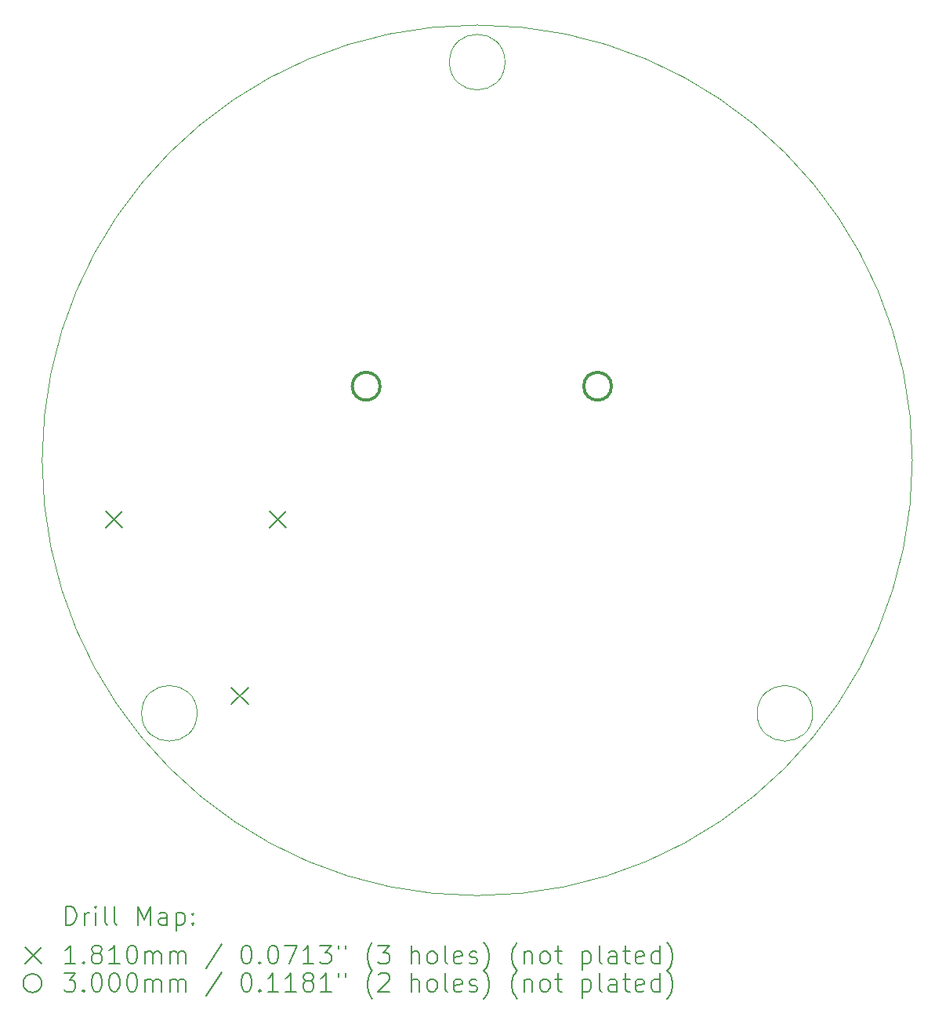
<source format=gbr>
%TF.GenerationSoftware,KiCad,Pcbnew,8.0.1*%
%TF.CreationDate,2024-06-10T20:51:33+02:00*%
%TF.ProjectId,PCB_Plaque_Basse,5043425f-506c-4617-9175-655f42617373,rev?*%
%TF.SameCoordinates,Original*%
%TF.FileFunction,Drillmap*%
%TF.FilePolarity,Positive*%
%FSLAX45Y45*%
G04 Gerber Fmt 4.5, Leading zero omitted, Abs format (unit mm)*
G04 Created by KiCad (PCBNEW 8.0.1) date 2024-06-10 20:51:33*
%MOMM*%
%LPD*%
G01*
G04 APERTURE LIST*
%ADD10C,0.100000*%
%ADD11C,0.200000*%
%ADD12C,0.181000*%
%ADD13C,0.300000*%
G04 APERTURE END LIST*
D10*
X10757000Y-12457000D02*
G75*
G02*
X10157000Y-12457000I-300000J0D01*
G01*
X10157000Y-12457000D02*
G75*
G02*
X10757000Y-12457000I300000J0D01*
G01*
X18483000Y-9725000D02*
G75*
G02*
X9083000Y-9725000I-4700000J0D01*
G01*
X9083000Y-9725000D02*
G75*
G02*
X18483000Y-9725000I4700000J0D01*
G01*
X14083000Y-5425000D02*
G75*
G02*
X13483000Y-5425000I-300000J0D01*
G01*
X13483000Y-5425000D02*
G75*
G02*
X14083000Y-5425000I300000J0D01*
G01*
X17407000Y-12457000D02*
G75*
G02*
X16807000Y-12457000I-300000J0D01*
G01*
X16807000Y-12457000D02*
G75*
G02*
X17407000Y-12457000I300000J0D01*
G01*
D11*
D12*
X9767750Y-10275750D02*
X9948750Y-10456750D01*
X9948750Y-10275750D02*
X9767750Y-10456750D01*
X11128500Y-12175750D02*
X11309500Y-12356750D01*
X11309500Y-12175750D02*
X11128500Y-12356750D01*
X11540750Y-10275750D02*
X11721750Y-10456750D01*
X11721750Y-10275750D02*
X11540750Y-10456750D01*
D13*
X12733000Y-8925000D02*
G75*
G02*
X12433000Y-8925000I-150000J0D01*
G01*
X12433000Y-8925000D02*
G75*
G02*
X12733000Y-8925000I150000J0D01*
G01*
X15233000Y-8925000D02*
G75*
G02*
X14933000Y-8925000I-150000J0D01*
G01*
X14933000Y-8925000D02*
G75*
G02*
X15233000Y-8925000I150000J0D01*
G01*
D11*
X9338777Y-14741484D02*
X9338777Y-14541484D01*
X9338777Y-14541484D02*
X9386396Y-14541484D01*
X9386396Y-14541484D02*
X9414967Y-14551008D01*
X9414967Y-14551008D02*
X9434015Y-14570055D01*
X9434015Y-14570055D02*
X9443539Y-14589103D01*
X9443539Y-14589103D02*
X9453063Y-14627198D01*
X9453063Y-14627198D02*
X9453063Y-14655769D01*
X9453063Y-14655769D02*
X9443539Y-14693865D01*
X9443539Y-14693865D02*
X9434015Y-14712912D01*
X9434015Y-14712912D02*
X9414967Y-14731960D01*
X9414967Y-14731960D02*
X9386396Y-14741484D01*
X9386396Y-14741484D02*
X9338777Y-14741484D01*
X9538777Y-14741484D02*
X9538777Y-14608150D01*
X9538777Y-14646246D02*
X9548301Y-14627198D01*
X9548301Y-14627198D02*
X9557824Y-14617674D01*
X9557824Y-14617674D02*
X9576872Y-14608150D01*
X9576872Y-14608150D02*
X9595920Y-14608150D01*
X9662586Y-14741484D02*
X9662586Y-14608150D01*
X9662586Y-14541484D02*
X9653063Y-14551008D01*
X9653063Y-14551008D02*
X9662586Y-14560531D01*
X9662586Y-14560531D02*
X9672110Y-14551008D01*
X9672110Y-14551008D02*
X9662586Y-14541484D01*
X9662586Y-14541484D02*
X9662586Y-14560531D01*
X9786396Y-14741484D02*
X9767348Y-14731960D01*
X9767348Y-14731960D02*
X9757824Y-14712912D01*
X9757824Y-14712912D02*
X9757824Y-14541484D01*
X9891158Y-14741484D02*
X9872110Y-14731960D01*
X9872110Y-14731960D02*
X9862586Y-14712912D01*
X9862586Y-14712912D02*
X9862586Y-14541484D01*
X10119729Y-14741484D02*
X10119729Y-14541484D01*
X10119729Y-14541484D02*
X10186396Y-14684341D01*
X10186396Y-14684341D02*
X10253063Y-14541484D01*
X10253063Y-14541484D02*
X10253063Y-14741484D01*
X10434015Y-14741484D02*
X10434015Y-14636722D01*
X10434015Y-14636722D02*
X10424491Y-14617674D01*
X10424491Y-14617674D02*
X10405444Y-14608150D01*
X10405444Y-14608150D02*
X10367348Y-14608150D01*
X10367348Y-14608150D02*
X10348301Y-14617674D01*
X10434015Y-14731960D02*
X10414967Y-14741484D01*
X10414967Y-14741484D02*
X10367348Y-14741484D01*
X10367348Y-14741484D02*
X10348301Y-14731960D01*
X10348301Y-14731960D02*
X10338777Y-14712912D01*
X10338777Y-14712912D02*
X10338777Y-14693865D01*
X10338777Y-14693865D02*
X10348301Y-14674817D01*
X10348301Y-14674817D02*
X10367348Y-14665293D01*
X10367348Y-14665293D02*
X10414967Y-14665293D01*
X10414967Y-14665293D02*
X10434015Y-14655769D01*
X10529253Y-14608150D02*
X10529253Y-14808150D01*
X10529253Y-14617674D02*
X10548301Y-14608150D01*
X10548301Y-14608150D02*
X10586396Y-14608150D01*
X10586396Y-14608150D02*
X10605444Y-14617674D01*
X10605444Y-14617674D02*
X10614967Y-14627198D01*
X10614967Y-14627198D02*
X10624491Y-14646246D01*
X10624491Y-14646246D02*
X10624491Y-14703388D01*
X10624491Y-14703388D02*
X10614967Y-14722436D01*
X10614967Y-14722436D02*
X10605444Y-14731960D01*
X10605444Y-14731960D02*
X10586396Y-14741484D01*
X10586396Y-14741484D02*
X10548301Y-14741484D01*
X10548301Y-14741484D02*
X10529253Y-14731960D01*
X10710205Y-14722436D02*
X10719729Y-14731960D01*
X10719729Y-14731960D02*
X10710205Y-14741484D01*
X10710205Y-14741484D02*
X10700682Y-14731960D01*
X10700682Y-14731960D02*
X10710205Y-14722436D01*
X10710205Y-14722436D02*
X10710205Y-14741484D01*
X10710205Y-14617674D02*
X10719729Y-14627198D01*
X10719729Y-14627198D02*
X10710205Y-14636722D01*
X10710205Y-14636722D02*
X10700682Y-14627198D01*
X10700682Y-14627198D02*
X10710205Y-14617674D01*
X10710205Y-14617674D02*
X10710205Y-14636722D01*
D12*
X8897000Y-14979500D02*
X9078000Y-15160500D01*
X9078000Y-14979500D02*
X8897000Y-15160500D01*
D11*
X9443539Y-15161484D02*
X9329253Y-15161484D01*
X9386396Y-15161484D02*
X9386396Y-14961484D01*
X9386396Y-14961484D02*
X9367348Y-14990055D01*
X9367348Y-14990055D02*
X9348301Y-15009103D01*
X9348301Y-15009103D02*
X9329253Y-15018627D01*
X9529253Y-15142436D02*
X9538777Y-15151960D01*
X9538777Y-15151960D02*
X9529253Y-15161484D01*
X9529253Y-15161484D02*
X9519729Y-15151960D01*
X9519729Y-15151960D02*
X9529253Y-15142436D01*
X9529253Y-15142436D02*
X9529253Y-15161484D01*
X9653063Y-15047198D02*
X9634015Y-15037674D01*
X9634015Y-15037674D02*
X9624491Y-15028150D01*
X9624491Y-15028150D02*
X9614967Y-15009103D01*
X9614967Y-15009103D02*
X9614967Y-14999579D01*
X9614967Y-14999579D02*
X9624491Y-14980531D01*
X9624491Y-14980531D02*
X9634015Y-14971008D01*
X9634015Y-14971008D02*
X9653063Y-14961484D01*
X9653063Y-14961484D02*
X9691158Y-14961484D01*
X9691158Y-14961484D02*
X9710205Y-14971008D01*
X9710205Y-14971008D02*
X9719729Y-14980531D01*
X9719729Y-14980531D02*
X9729253Y-14999579D01*
X9729253Y-14999579D02*
X9729253Y-15009103D01*
X9729253Y-15009103D02*
X9719729Y-15028150D01*
X9719729Y-15028150D02*
X9710205Y-15037674D01*
X9710205Y-15037674D02*
X9691158Y-15047198D01*
X9691158Y-15047198D02*
X9653063Y-15047198D01*
X9653063Y-15047198D02*
X9634015Y-15056722D01*
X9634015Y-15056722D02*
X9624491Y-15066246D01*
X9624491Y-15066246D02*
X9614967Y-15085293D01*
X9614967Y-15085293D02*
X9614967Y-15123388D01*
X9614967Y-15123388D02*
X9624491Y-15142436D01*
X9624491Y-15142436D02*
X9634015Y-15151960D01*
X9634015Y-15151960D02*
X9653063Y-15161484D01*
X9653063Y-15161484D02*
X9691158Y-15161484D01*
X9691158Y-15161484D02*
X9710205Y-15151960D01*
X9710205Y-15151960D02*
X9719729Y-15142436D01*
X9719729Y-15142436D02*
X9729253Y-15123388D01*
X9729253Y-15123388D02*
X9729253Y-15085293D01*
X9729253Y-15085293D02*
X9719729Y-15066246D01*
X9719729Y-15066246D02*
X9710205Y-15056722D01*
X9710205Y-15056722D02*
X9691158Y-15047198D01*
X9919729Y-15161484D02*
X9805444Y-15161484D01*
X9862586Y-15161484D02*
X9862586Y-14961484D01*
X9862586Y-14961484D02*
X9843539Y-14990055D01*
X9843539Y-14990055D02*
X9824491Y-15009103D01*
X9824491Y-15009103D02*
X9805444Y-15018627D01*
X10043539Y-14961484D02*
X10062586Y-14961484D01*
X10062586Y-14961484D02*
X10081634Y-14971008D01*
X10081634Y-14971008D02*
X10091158Y-14980531D01*
X10091158Y-14980531D02*
X10100682Y-14999579D01*
X10100682Y-14999579D02*
X10110205Y-15037674D01*
X10110205Y-15037674D02*
X10110205Y-15085293D01*
X10110205Y-15085293D02*
X10100682Y-15123388D01*
X10100682Y-15123388D02*
X10091158Y-15142436D01*
X10091158Y-15142436D02*
X10081634Y-15151960D01*
X10081634Y-15151960D02*
X10062586Y-15161484D01*
X10062586Y-15161484D02*
X10043539Y-15161484D01*
X10043539Y-15161484D02*
X10024491Y-15151960D01*
X10024491Y-15151960D02*
X10014967Y-15142436D01*
X10014967Y-15142436D02*
X10005444Y-15123388D01*
X10005444Y-15123388D02*
X9995920Y-15085293D01*
X9995920Y-15085293D02*
X9995920Y-15037674D01*
X9995920Y-15037674D02*
X10005444Y-14999579D01*
X10005444Y-14999579D02*
X10014967Y-14980531D01*
X10014967Y-14980531D02*
X10024491Y-14971008D01*
X10024491Y-14971008D02*
X10043539Y-14961484D01*
X10195920Y-15161484D02*
X10195920Y-15028150D01*
X10195920Y-15047198D02*
X10205444Y-15037674D01*
X10205444Y-15037674D02*
X10224491Y-15028150D01*
X10224491Y-15028150D02*
X10253063Y-15028150D01*
X10253063Y-15028150D02*
X10272110Y-15037674D01*
X10272110Y-15037674D02*
X10281634Y-15056722D01*
X10281634Y-15056722D02*
X10281634Y-15161484D01*
X10281634Y-15056722D02*
X10291158Y-15037674D01*
X10291158Y-15037674D02*
X10310205Y-15028150D01*
X10310205Y-15028150D02*
X10338777Y-15028150D01*
X10338777Y-15028150D02*
X10357825Y-15037674D01*
X10357825Y-15037674D02*
X10367348Y-15056722D01*
X10367348Y-15056722D02*
X10367348Y-15161484D01*
X10462586Y-15161484D02*
X10462586Y-15028150D01*
X10462586Y-15047198D02*
X10472110Y-15037674D01*
X10472110Y-15037674D02*
X10491158Y-15028150D01*
X10491158Y-15028150D02*
X10519729Y-15028150D01*
X10519729Y-15028150D02*
X10538777Y-15037674D01*
X10538777Y-15037674D02*
X10548301Y-15056722D01*
X10548301Y-15056722D02*
X10548301Y-15161484D01*
X10548301Y-15056722D02*
X10557825Y-15037674D01*
X10557825Y-15037674D02*
X10576872Y-15028150D01*
X10576872Y-15028150D02*
X10605444Y-15028150D01*
X10605444Y-15028150D02*
X10624491Y-15037674D01*
X10624491Y-15037674D02*
X10634015Y-15056722D01*
X10634015Y-15056722D02*
X10634015Y-15161484D01*
X11024491Y-14951960D02*
X10853063Y-15209103D01*
X11281634Y-14961484D02*
X11300682Y-14961484D01*
X11300682Y-14961484D02*
X11319729Y-14971008D01*
X11319729Y-14971008D02*
X11329253Y-14980531D01*
X11329253Y-14980531D02*
X11338777Y-14999579D01*
X11338777Y-14999579D02*
X11348301Y-15037674D01*
X11348301Y-15037674D02*
X11348301Y-15085293D01*
X11348301Y-15085293D02*
X11338777Y-15123388D01*
X11338777Y-15123388D02*
X11329253Y-15142436D01*
X11329253Y-15142436D02*
X11319729Y-15151960D01*
X11319729Y-15151960D02*
X11300682Y-15161484D01*
X11300682Y-15161484D02*
X11281634Y-15161484D01*
X11281634Y-15161484D02*
X11262586Y-15151960D01*
X11262586Y-15151960D02*
X11253063Y-15142436D01*
X11253063Y-15142436D02*
X11243539Y-15123388D01*
X11243539Y-15123388D02*
X11234015Y-15085293D01*
X11234015Y-15085293D02*
X11234015Y-15037674D01*
X11234015Y-15037674D02*
X11243539Y-14999579D01*
X11243539Y-14999579D02*
X11253063Y-14980531D01*
X11253063Y-14980531D02*
X11262586Y-14971008D01*
X11262586Y-14971008D02*
X11281634Y-14961484D01*
X11434015Y-15142436D02*
X11443539Y-15151960D01*
X11443539Y-15151960D02*
X11434015Y-15161484D01*
X11434015Y-15161484D02*
X11424491Y-15151960D01*
X11424491Y-15151960D02*
X11434015Y-15142436D01*
X11434015Y-15142436D02*
X11434015Y-15161484D01*
X11567348Y-14961484D02*
X11586396Y-14961484D01*
X11586396Y-14961484D02*
X11605444Y-14971008D01*
X11605444Y-14971008D02*
X11614967Y-14980531D01*
X11614967Y-14980531D02*
X11624491Y-14999579D01*
X11624491Y-14999579D02*
X11634015Y-15037674D01*
X11634015Y-15037674D02*
X11634015Y-15085293D01*
X11634015Y-15085293D02*
X11624491Y-15123388D01*
X11624491Y-15123388D02*
X11614967Y-15142436D01*
X11614967Y-15142436D02*
X11605444Y-15151960D01*
X11605444Y-15151960D02*
X11586396Y-15161484D01*
X11586396Y-15161484D02*
X11567348Y-15161484D01*
X11567348Y-15161484D02*
X11548301Y-15151960D01*
X11548301Y-15151960D02*
X11538777Y-15142436D01*
X11538777Y-15142436D02*
X11529253Y-15123388D01*
X11529253Y-15123388D02*
X11519729Y-15085293D01*
X11519729Y-15085293D02*
X11519729Y-15037674D01*
X11519729Y-15037674D02*
X11529253Y-14999579D01*
X11529253Y-14999579D02*
X11538777Y-14980531D01*
X11538777Y-14980531D02*
X11548301Y-14971008D01*
X11548301Y-14971008D02*
X11567348Y-14961484D01*
X11700682Y-14961484D02*
X11834015Y-14961484D01*
X11834015Y-14961484D02*
X11748301Y-15161484D01*
X12014967Y-15161484D02*
X11900682Y-15161484D01*
X11957825Y-15161484D02*
X11957825Y-14961484D01*
X11957825Y-14961484D02*
X11938777Y-14990055D01*
X11938777Y-14990055D02*
X11919729Y-15009103D01*
X11919729Y-15009103D02*
X11900682Y-15018627D01*
X12081634Y-14961484D02*
X12205444Y-14961484D01*
X12205444Y-14961484D02*
X12138777Y-15037674D01*
X12138777Y-15037674D02*
X12167348Y-15037674D01*
X12167348Y-15037674D02*
X12186396Y-15047198D01*
X12186396Y-15047198D02*
X12195920Y-15056722D01*
X12195920Y-15056722D02*
X12205444Y-15075769D01*
X12205444Y-15075769D02*
X12205444Y-15123388D01*
X12205444Y-15123388D02*
X12195920Y-15142436D01*
X12195920Y-15142436D02*
X12186396Y-15151960D01*
X12186396Y-15151960D02*
X12167348Y-15161484D01*
X12167348Y-15161484D02*
X12110206Y-15161484D01*
X12110206Y-15161484D02*
X12091158Y-15151960D01*
X12091158Y-15151960D02*
X12081634Y-15142436D01*
X12281634Y-14961484D02*
X12281634Y-14999579D01*
X12357825Y-14961484D02*
X12357825Y-14999579D01*
X12653063Y-15237674D02*
X12643539Y-15228150D01*
X12643539Y-15228150D02*
X12624491Y-15199579D01*
X12624491Y-15199579D02*
X12614968Y-15180531D01*
X12614968Y-15180531D02*
X12605444Y-15151960D01*
X12605444Y-15151960D02*
X12595920Y-15104341D01*
X12595920Y-15104341D02*
X12595920Y-15066246D01*
X12595920Y-15066246D02*
X12605444Y-15018627D01*
X12605444Y-15018627D02*
X12614968Y-14990055D01*
X12614968Y-14990055D02*
X12624491Y-14971008D01*
X12624491Y-14971008D02*
X12643539Y-14942436D01*
X12643539Y-14942436D02*
X12653063Y-14932912D01*
X12710206Y-14961484D02*
X12834015Y-14961484D01*
X12834015Y-14961484D02*
X12767348Y-15037674D01*
X12767348Y-15037674D02*
X12795920Y-15037674D01*
X12795920Y-15037674D02*
X12814968Y-15047198D01*
X12814968Y-15047198D02*
X12824491Y-15056722D01*
X12824491Y-15056722D02*
X12834015Y-15075769D01*
X12834015Y-15075769D02*
X12834015Y-15123388D01*
X12834015Y-15123388D02*
X12824491Y-15142436D01*
X12824491Y-15142436D02*
X12814968Y-15151960D01*
X12814968Y-15151960D02*
X12795920Y-15161484D01*
X12795920Y-15161484D02*
X12738777Y-15161484D01*
X12738777Y-15161484D02*
X12719729Y-15151960D01*
X12719729Y-15151960D02*
X12710206Y-15142436D01*
X13072110Y-15161484D02*
X13072110Y-14961484D01*
X13157825Y-15161484D02*
X13157825Y-15056722D01*
X13157825Y-15056722D02*
X13148301Y-15037674D01*
X13148301Y-15037674D02*
X13129253Y-15028150D01*
X13129253Y-15028150D02*
X13100682Y-15028150D01*
X13100682Y-15028150D02*
X13081634Y-15037674D01*
X13081634Y-15037674D02*
X13072110Y-15047198D01*
X13281634Y-15161484D02*
X13262587Y-15151960D01*
X13262587Y-15151960D02*
X13253063Y-15142436D01*
X13253063Y-15142436D02*
X13243539Y-15123388D01*
X13243539Y-15123388D02*
X13243539Y-15066246D01*
X13243539Y-15066246D02*
X13253063Y-15047198D01*
X13253063Y-15047198D02*
X13262587Y-15037674D01*
X13262587Y-15037674D02*
X13281634Y-15028150D01*
X13281634Y-15028150D02*
X13310206Y-15028150D01*
X13310206Y-15028150D02*
X13329253Y-15037674D01*
X13329253Y-15037674D02*
X13338777Y-15047198D01*
X13338777Y-15047198D02*
X13348301Y-15066246D01*
X13348301Y-15066246D02*
X13348301Y-15123388D01*
X13348301Y-15123388D02*
X13338777Y-15142436D01*
X13338777Y-15142436D02*
X13329253Y-15151960D01*
X13329253Y-15151960D02*
X13310206Y-15161484D01*
X13310206Y-15161484D02*
X13281634Y-15161484D01*
X13462587Y-15161484D02*
X13443539Y-15151960D01*
X13443539Y-15151960D02*
X13434015Y-15132912D01*
X13434015Y-15132912D02*
X13434015Y-14961484D01*
X13614968Y-15151960D02*
X13595920Y-15161484D01*
X13595920Y-15161484D02*
X13557825Y-15161484D01*
X13557825Y-15161484D02*
X13538777Y-15151960D01*
X13538777Y-15151960D02*
X13529253Y-15132912D01*
X13529253Y-15132912D02*
X13529253Y-15056722D01*
X13529253Y-15056722D02*
X13538777Y-15037674D01*
X13538777Y-15037674D02*
X13557825Y-15028150D01*
X13557825Y-15028150D02*
X13595920Y-15028150D01*
X13595920Y-15028150D02*
X13614968Y-15037674D01*
X13614968Y-15037674D02*
X13624491Y-15056722D01*
X13624491Y-15056722D02*
X13624491Y-15075769D01*
X13624491Y-15075769D02*
X13529253Y-15094817D01*
X13700682Y-15151960D02*
X13719730Y-15161484D01*
X13719730Y-15161484D02*
X13757825Y-15161484D01*
X13757825Y-15161484D02*
X13776872Y-15151960D01*
X13776872Y-15151960D02*
X13786396Y-15132912D01*
X13786396Y-15132912D02*
X13786396Y-15123388D01*
X13786396Y-15123388D02*
X13776872Y-15104341D01*
X13776872Y-15104341D02*
X13757825Y-15094817D01*
X13757825Y-15094817D02*
X13729253Y-15094817D01*
X13729253Y-15094817D02*
X13710206Y-15085293D01*
X13710206Y-15085293D02*
X13700682Y-15066246D01*
X13700682Y-15066246D02*
X13700682Y-15056722D01*
X13700682Y-15056722D02*
X13710206Y-15037674D01*
X13710206Y-15037674D02*
X13729253Y-15028150D01*
X13729253Y-15028150D02*
X13757825Y-15028150D01*
X13757825Y-15028150D02*
X13776872Y-15037674D01*
X13853063Y-15237674D02*
X13862587Y-15228150D01*
X13862587Y-15228150D02*
X13881634Y-15199579D01*
X13881634Y-15199579D02*
X13891158Y-15180531D01*
X13891158Y-15180531D02*
X13900682Y-15151960D01*
X13900682Y-15151960D02*
X13910206Y-15104341D01*
X13910206Y-15104341D02*
X13910206Y-15066246D01*
X13910206Y-15066246D02*
X13900682Y-15018627D01*
X13900682Y-15018627D02*
X13891158Y-14990055D01*
X13891158Y-14990055D02*
X13881634Y-14971008D01*
X13881634Y-14971008D02*
X13862587Y-14942436D01*
X13862587Y-14942436D02*
X13853063Y-14932912D01*
X14214968Y-15237674D02*
X14205444Y-15228150D01*
X14205444Y-15228150D02*
X14186396Y-15199579D01*
X14186396Y-15199579D02*
X14176872Y-15180531D01*
X14176872Y-15180531D02*
X14167349Y-15151960D01*
X14167349Y-15151960D02*
X14157825Y-15104341D01*
X14157825Y-15104341D02*
X14157825Y-15066246D01*
X14157825Y-15066246D02*
X14167349Y-15018627D01*
X14167349Y-15018627D02*
X14176872Y-14990055D01*
X14176872Y-14990055D02*
X14186396Y-14971008D01*
X14186396Y-14971008D02*
X14205444Y-14942436D01*
X14205444Y-14942436D02*
X14214968Y-14932912D01*
X14291158Y-15028150D02*
X14291158Y-15161484D01*
X14291158Y-15047198D02*
X14300682Y-15037674D01*
X14300682Y-15037674D02*
X14319730Y-15028150D01*
X14319730Y-15028150D02*
X14348301Y-15028150D01*
X14348301Y-15028150D02*
X14367349Y-15037674D01*
X14367349Y-15037674D02*
X14376872Y-15056722D01*
X14376872Y-15056722D02*
X14376872Y-15161484D01*
X14500682Y-15161484D02*
X14481634Y-15151960D01*
X14481634Y-15151960D02*
X14472111Y-15142436D01*
X14472111Y-15142436D02*
X14462587Y-15123388D01*
X14462587Y-15123388D02*
X14462587Y-15066246D01*
X14462587Y-15066246D02*
X14472111Y-15047198D01*
X14472111Y-15047198D02*
X14481634Y-15037674D01*
X14481634Y-15037674D02*
X14500682Y-15028150D01*
X14500682Y-15028150D02*
X14529253Y-15028150D01*
X14529253Y-15028150D02*
X14548301Y-15037674D01*
X14548301Y-15037674D02*
X14557825Y-15047198D01*
X14557825Y-15047198D02*
X14567349Y-15066246D01*
X14567349Y-15066246D02*
X14567349Y-15123388D01*
X14567349Y-15123388D02*
X14557825Y-15142436D01*
X14557825Y-15142436D02*
X14548301Y-15151960D01*
X14548301Y-15151960D02*
X14529253Y-15161484D01*
X14529253Y-15161484D02*
X14500682Y-15161484D01*
X14624492Y-15028150D02*
X14700682Y-15028150D01*
X14653063Y-14961484D02*
X14653063Y-15132912D01*
X14653063Y-15132912D02*
X14662587Y-15151960D01*
X14662587Y-15151960D02*
X14681634Y-15161484D01*
X14681634Y-15161484D02*
X14700682Y-15161484D01*
X14919730Y-15028150D02*
X14919730Y-15228150D01*
X14919730Y-15037674D02*
X14938777Y-15028150D01*
X14938777Y-15028150D02*
X14976873Y-15028150D01*
X14976873Y-15028150D02*
X14995920Y-15037674D01*
X14995920Y-15037674D02*
X15005444Y-15047198D01*
X15005444Y-15047198D02*
X15014968Y-15066246D01*
X15014968Y-15066246D02*
X15014968Y-15123388D01*
X15014968Y-15123388D02*
X15005444Y-15142436D01*
X15005444Y-15142436D02*
X14995920Y-15151960D01*
X14995920Y-15151960D02*
X14976873Y-15161484D01*
X14976873Y-15161484D02*
X14938777Y-15161484D01*
X14938777Y-15161484D02*
X14919730Y-15151960D01*
X15129253Y-15161484D02*
X15110206Y-15151960D01*
X15110206Y-15151960D02*
X15100682Y-15132912D01*
X15100682Y-15132912D02*
X15100682Y-14961484D01*
X15291158Y-15161484D02*
X15291158Y-15056722D01*
X15291158Y-15056722D02*
X15281634Y-15037674D01*
X15281634Y-15037674D02*
X15262587Y-15028150D01*
X15262587Y-15028150D02*
X15224492Y-15028150D01*
X15224492Y-15028150D02*
X15205444Y-15037674D01*
X15291158Y-15151960D02*
X15272111Y-15161484D01*
X15272111Y-15161484D02*
X15224492Y-15161484D01*
X15224492Y-15161484D02*
X15205444Y-15151960D01*
X15205444Y-15151960D02*
X15195920Y-15132912D01*
X15195920Y-15132912D02*
X15195920Y-15113865D01*
X15195920Y-15113865D02*
X15205444Y-15094817D01*
X15205444Y-15094817D02*
X15224492Y-15085293D01*
X15224492Y-15085293D02*
X15272111Y-15085293D01*
X15272111Y-15085293D02*
X15291158Y-15075769D01*
X15357825Y-15028150D02*
X15434015Y-15028150D01*
X15386396Y-14961484D02*
X15386396Y-15132912D01*
X15386396Y-15132912D02*
X15395920Y-15151960D01*
X15395920Y-15151960D02*
X15414968Y-15161484D01*
X15414968Y-15161484D02*
X15434015Y-15161484D01*
X15576873Y-15151960D02*
X15557825Y-15161484D01*
X15557825Y-15161484D02*
X15519730Y-15161484D01*
X15519730Y-15161484D02*
X15500682Y-15151960D01*
X15500682Y-15151960D02*
X15491158Y-15132912D01*
X15491158Y-15132912D02*
X15491158Y-15056722D01*
X15491158Y-15056722D02*
X15500682Y-15037674D01*
X15500682Y-15037674D02*
X15519730Y-15028150D01*
X15519730Y-15028150D02*
X15557825Y-15028150D01*
X15557825Y-15028150D02*
X15576873Y-15037674D01*
X15576873Y-15037674D02*
X15586396Y-15056722D01*
X15586396Y-15056722D02*
X15586396Y-15075769D01*
X15586396Y-15075769D02*
X15491158Y-15094817D01*
X15757825Y-15161484D02*
X15757825Y-14961484D01*
X15757825Y-15151960D02*
X15738777Y-15161484D01*
X15738777Y-15161484D02*
X15700682Y-15161484D01*
X15700682Y-15161484D02*
X15681634Y-15151960D01*
X15681634Y-15151960D02*
X15672111Y-15142436D01*
X15672111Y-15142436D02*
X15662587Y-15123388D01*
X15662587Y-15123388D02*
X15662587Y-15066246D01*
X15662587Y-15066246D02*
X15672111Y-15047198D01*
X15672111Y-15047198D02*
X15681634Y-15037674D01*
X15681634Y-15037674D02*
X15700682Y-15028150D01*
X15700682Y-15028150D02*
X15738777Y-15028150D01*
X15738777Y-15028150D02*
X15757825Y-15037674D01*
X15834015Y-15237674D02*
X15843539Y-15228150D01*
X15843539Y-15228150D02*
X15862587Y-15199579D01*
X15862587Y-15199579D02*
X15872111Y-15180531D01*
X15872111Y-15180531D02*
X15881634Y-15151960D01*
X15881634Y-15151960D02*
X15891158Y-15104341D01*
X15891158Y-15104341D02*
X15891158Y-15066246D01*
X15891158Y-15066246D02*
X15881634Y-15018627D01*
X15881634Y-15018627D02*
X15872111Y-14990055D01*
X15872111Y-14990055D02*
X15862587Y-14971008D01*
X15862587Y-14971008D02*
X15843539Y-14942436D01*
X15843539Y-14942436D02*
X15834015Y-14932912D01*
X9078000Y-15371000D02*
G75*
G02*
X8878000Y-15371000I-100000J0D01*
G01*
X8878000Y-15371000D02*
G75*
G02*
X9078000Y-15371000I100000J0D01*
G01*
X9319729Y-15262484D02*
X9443539Y-15262484D01*
X9443539Y-15262484D02*
X9376872Y-15338674D01*
X9376872Y-15338674D02*
X9405444Y-15338674D01*
X9405444Y-15338674D02*
X9424491Y-15348198D01*
X9424491Y-15348198D02*
X9434015Y-15357722D01*
X9434015Y-15357722D02*
X9443539Y-15376769D01*
X9443539Y-15376769D02*
X9443539Y-15424388D01*
X9443539Y-15424388D02*
X9434015Y-15443436D01*
X9434015Y-15443436D02*
X9424491Y-15452960D01*
X9424491Y-15452960D02*
X9405444Y-15462484D01*
X9405444Y-15462484D02*
X9348301Y-15462484D01*
X9348301Y-15462484D02*
X9329253Y-15452960D01*
X9329253Y-15452960D02*
X9319729Y-15443436D01*
X9529253Y-15443436D02*
X9538777Y-15452960D01*
X9538777Y-15452960D02*
X9529253Y-15462484D01*
X9529253Y-15462484D02*
X9519729Y-15452960D01*
X9519729Y-15452960D02*
X9529253Y-15443436D01*
X9529253Y-15443436D02*
X9529253Y-15462484D01*
X9662586Y-15262484D02*
X9681634Y-15262484D01*
X9681634Y-15262484D02*
X9700682Y-15272008D01*
X9700682Y-15272008D02*
X9710205Y-15281531D01*
X9710205Y-15281531D02*
X9719729Y-15300579D01*
X9719729Y-15300579D02*
X9729253Y-15338674D01*
X9729253Y-15338674D02*
X9729253Y-15386293D01*
X9729253Y-15386293D02*
X9719729Y-15424388D01*
X9719729Y-15424388D02*
X9710205Y-15443436D01*
X9710205Y-15443436D02*
X9700682Y-15452960D01*
X9700682Y-15452960D02*
X9681634Y-15462484D01*
X9681634Y-15462484D02*
X9662586Y-15462484D01*
X9662586Y-15462484D02*
X9643539Y-15452960D01*
X9643539Y-15452960D02*
X9634015Y-15443436D01*
X9634015Y-15443436D02*
X9624491Y-15424388D01*
X9624491Y-15424388D02*
X9614967Y-15386293D01*
X9614967Y-15386293D02*
X9614967Y-15338674D01*
X9614967Y-15338674D02*
X9624491Y-15300579D01*
X9624491Y-15300579D02*
X9634015Y-15281531D01*
X9634015Y-15281531D02*
X9643539Y-15272008D01*
X9643539Y-15272008D02*
X9662586Y-15262484D01*
X9853063Y-15262484D02*
X9872110Y-15262484D01*
X9872110Y-15262484D02*
X9891158Y-15272008D01*
X9891158Y-15272008D02*
X9900682Y-15281531D01*
X9900682Y-15281531D02*
X9910205Y-15300579D01*
X9910205Y-15300579D02*
X9919729Y-15338674D01*
X9919729Y-15338674D02*
X9919729Y-15386293D01*
X9919729Y-15386293D02*
X9910205Y-15424388D01*
X9910205Y-15424388D02*
X9900682Y-15443436D01*
X9900682Y-15443436D02*
X9891158Y-15452960D01*
X9891158Y-15452960D02*
X9872110Y-15462484D01*
X9872110Y-15462484D02*
X9853063Y-15462484D01*
X9853063Y-15462484D02*
X9834015Y-15452960D01*
X9834015Y-15452960D02*
X9824491Y-15443436D01*
X9824491Y-15443436D02*
X9814967Y-15424388D01*
X9814967Y-15424388D02*
X9805444Y-15386293D01*
X9805444Y-15386293D02*
X9805444Y-15338674D01*
X9805444Y-15338674D02*
X9814967Y-15300579D01*
X9814967Y-15300579D02*
X9824491Y-15281531D01*
X9824491Y-15281531D02*
X9834015Y-15272008D01*
X9834015Y-15272008D02*
X9853063Y-15262484D01*
X10043539Y-15262484D02*
X10062586Y-15262484D01*
X10062586Y-15262484D02*
X10081634Y-15272008D01*
X10081634Y-15272008D02*
X10091158Y-15281531D01*
X10091158Y-15281531D02*
X10100682Y-15300579D01*
X10100682Y-15300579D02*
X10110205Y-15338674D01*
X10110205Y-15338674D02*
X10110205Y-15386293D01*
X10110205Y-15386293D02*
X10100682Y-15424388D01*
X10100682Y-15424388D02*
X10091158Y-15443436D01*
X10091158Y-15443436D02*
X10081634Y-15452960D01*
X10081634Y-15452960D02*
X10062586Y-15462484D01*
X10062586Y-15462484D02*
X10043539Y-15462484D01*
X10043539Y-15462484D02*
X10024491Y-15452960D01*
X10024491Y-15452960D02*
X10014967Y-15443436D01*
X10014967Y-15443436D02*
X10005444Y-15424388D01*
X10005444Y-15424388D02*
X9995920Y-15386293D01*
X9995920Y-15386293D02*
X9995920Y-15338674D01*
X9995920Y-15338674D02*
X10005444Y-15300579D01*
X10005444Y-15300579D02*
X10014967Y-15281531D01*
X10014967Y-15281531D02*
X10024491Y-15272008D01*
X10024491Y-15272008D02*
X10043539Y-15262484D01*
X10195920Y-15462484D02*
X10195920Y-15329150D01*
X10195920Y-15348198D02*
X10205444Y-15338674D01*
X10205444Y-15338674D02*
X10224491Y-15329150D01*
X10224491Y-15329150D02*
X10253063Y-15329150D01*
X10253063Y-15329150D02*
X10272110Y-15338674D01*
X10272110Y-15338674D02*
X10281634Y-15357722D01*
X10281634Y-15357722D02*
X10281634Y-15462484D01*
X10281634Y-15357722D02*
X10291158Y-15338674D01*
X10291158Y-15338674D02*
X10310205Y-15329150D01*
X10310205Y-15329150D02*
X10338777Y-15329150D01*
X10338777Y-15329150D02*
X10357825Y-15338674D01*
X10357825Y-15338674D02*
X10367348Y-15357722D01*
X10367348Y-15357722D02*
X10367348Y-15462484D01*
X10462586Y-15462484D02*
X10462586Y-15329150D01*
X10462586Y-15348198D02*
X10472110Y-15338674D01*
X10472110Y-15338674D02*
X10491158Y-15329150D01*
X10491158Y-15329150D02*
X10519729Y-15329150D01*
X10519729Y-15329150D02*
X10538777Y-15338674D01*
X10538777Y-15338674D02*
X10548301Y-15357722D01*
X10548301Y-15357722D02*
X10548301Y-15462484D01*
X10548301Y-15357722D02*
X10557825Y-15338674D01*
X10557825Y-15338674D02*
X10576872Y-15329150D01*
X10576872Y-15329150D02*
X10605444Y-15329150D01*
X10605444Y-15329150D02*
X10624491Y-15338674D01*
X10624491Y-15338674D02*
X10634015Y-15357722D01*
X10634015Y-15357722D02*
X10634015Y-15462484D01*
X11024491Y-15252960D02*
X10853063Y-15510103D01*
X11281634Y-15262484D02*
X11300682Y-15262484D01*
X11300682Y-15262484D02*
X11319729Y-15272008D01*
X11319729Y-15272008D02*
X11329253Y-15281531D01*
X11329253Y-15281531D02*
X11338777Y-15300579D01*
X11338777Y-15300579D02*
X11348301Y-15338674D01*
X11348301Y-15338674D02*
X11348301Y-15386293D01*
X11348301Y-15386293D02*
X11338777Y-15424388D01*
X11338777Y-15424388D02*
X11329253Y-15443436D01*
X11329253Y-15443436D02*
X11319729Y-15452960D01*
X11319729Y-15452960D02*
X11300682Y-15462484D01*
X11300682Y-15462484D02*
X11281634Y-15462484D01*
X11281634Y-15462484D02*
X11262586Y-15452960D01*
X11262586Y-15452960D02*
X11253063Y-15443436D01*
X11253063Y-15443436D02*
X11243539Y-15424388D01*
X11243539Y-15424388D02*
X11234015Y-15386293D01*
X11234015Y-15386293D02*
X11234015Y-15338674D01*
X11234015Y-15338674D02*
X11243539Y-15300579D01*
X11243539Y-15300579D02*
X11253063Y-15281531D01*
X11253063Y-15281531D02*
X11262586Y-15272008D01*
X11262586Y-15272008D02*
X11281634Y-15262484D01*
X11434015Y-15443436D02*
X11443539Y-15452960D01*
X11443539Y-15452960D02*
X11434015Y-15462484D01*
X11434015Y-15462484D02*
X11424491Y-15452960D01*
X11424491Y-15452960D02*
X11434015Y-15443436D01*
X11434015Y-15443436D02*
X11434015Y-15462484D01*
X11634015Y-15462484D02*
X11519729Y-15462484D01*
X11576872Y-15462484D02*
X11576872Y-15262484D01*
X11576872Y-15262484D02*
X11557825Y-15291055D01*
X11557825Y-15291055D02*
X11538777Y-15310103D01*
X11538777Y-15310103D02*
X11519729Y-15319627D01*
X11824491Y-15462484D02*
X11710206Y-15462484D01*
X11767348Y-15462484D02*
X11767348Y-15262484D01*
X11767348Y-15262484D02*
X11748301Y-15291055D01*
X11748301Y-15291055D02*
X11729253Y-15310103D01*
X11729253Y-15310103D02*
X11710206Y-15319627D01*
X11938777Y-15348198D02*
X11919729Y-15338674D01*
X11919729Y-15338674D02*
X11910206Y-15329150D01*
X11910206Y-15329150D02*
X11900682Y-15310103D01*
X11900682Y-15310103D02*
X11900682Y-15300579D01*
X11900682Y-15300579D02*
X11910206Y-15281531D01*
X11910206Y-15281531D02*
X11919729Y-15272008D01*
X11919729Y-15272008D02*
X11938777Y-15262484D01*
X11938777Y-15262484D02*
X11976872Y-15262484D01*
X11976872Y-15262484D02*
X11995920Y-15272008D01*
X11995920Y-15272008D02*
X12005444Y-15281531D01*
X12005444Y-15281531D02*
X12014967Y-15300579D01*
X12014967Y-15300579D02*
X12014967Y-15310103D01*
X12014967Y-15310103D02*
X12005444Y-15329150D01*
X12005444Y-15329150D02*
X11995920Y-15338674D01*
X11995920Y-15338674D02*
X11976872Y-15348198D01*
X11976872Y-15348198D02*
X11938777Y-15348198D01*
X11938777Y-15348198D02*
X11919729Y-15357722D01*
X11919729Y-15357722D02*
X11910206Y-15367246D01*
X11910206Y-15367246D02*
X11900682Y-15386293D01*
X11900682Y-15386293D02*
X11900682Y-15424388D01*
X11900682Y-15424388D02*
X11910206Y-15443436D01*
X11910206Y-15443436D02*
X11919729Y-15452960D01*
X11919729Y-15452960D02*
X11938777Y-15462484D01*
X11938777Y-15462484D02*
X11976872Y-15462484D01*
X11976872Y-15462484D02*
X11995920Y-15452960D01*
X11995920Y-15452960D02*
X12005444Y-15443436D01*
X12005444Y-15443436D02*
X12014967Y-15424388D01*
X12014967Y-15424388D02*
X12014967Y-15386293D01*
X12014967Y-15386293D02*
X12005444Y-15367246D01*
X12005444Y-15367246D02*
X11995920Y-15357722D01*
X11995920Y-15357722D02*
X11976872Y-15348198D01*
X12205444Y-15462484D02*
X12091158Y-15462484D01*
X12148301Y-15462484D02*
X12148301Y-15262484D01*
X12148301Y-15262484D02*
X12129253Y-15291055D01*
X12129253Y-15291055D02*
X12110206Y-15310103D01*
X12110206Y-15310103D02*
X12091158Y-15319627D01*
X12281634Y-15262484D02*
X12281634Y-15300579D01*
X12357825Y-15262484D02*
X12357825Y-15300579D01*
X12653063Y-15538674D02*
X12643539Y-15529150D01*
X12643539Y-15529150D02*
X12624491Y-15500579D01*
X12624491Y-15500579D02*
X12614968Y-15481531D01*
X12614968Y-15481531D02*
X12605444Y-15452960D01*
X12605444Y-15452960D02*
X12595920Y-15405341D01*
X12595920Y-15405341D02*
X12595920Y-15367246D01*
X12595920Y-15367246D02*
X12605444Y-15319627D01*
X12605444Y-15319627D02*
X12614968Y-15291055D01*
X12614968Y-15291055D02*
X12624491Y-15272008D01*
X12624491Y-15272008D02*
X12643539Y-15243436D01*
X12643539Y-15243436D02*
X12653063Y-15233912D01*
X12719729Y-15281531D02*
X12729253Y-15272008D01*
X12729253Y-15272008D02*
X12748301Y-15262484D01*
X12748301Y-15262484D02*
X12795920Y-15262484D01*
X12795920Y-15262484D02*
X12814968Y-15272008D01*
X12814968Y-15272008D02*
X12824491Y-15281531D01*
X12824491Y-15281531D02*
X12834015Y-15300579D01*
X12834015Y-15300579D02*
X12834015Y-15319627D01*
X12834015Y-15319627D02*
X12824491Y-15348198D01*
X12824491Y-15348198D02*
X12710206Y-15462484D01*
X12710206Y-15462484D02*
X12834015Y-15462484D01*
X13072110Y-15462484D02*
X13072110Y-15262484D01*
X13157825Y-15462484D02*
X13157825Y-15357722D01*
X13157825Y-15357722D02*
X13148301Y-15338674D01*
X13148301Y-15338674D02*
X13129253Y-15329150D01*
X13129253Y-15329150D02*
X13100682Y-15329150D01*
X13100682Y-15329150D02*
X13081634Y-15338674D01*
X13081634Y-15338674D02*
X13072110Y-15348198D01*
X13281634Y-15462484D02*
X13262587Y-15452960D01*
X13262587Y-15452960D02*
X13253063Y-15443436D01*
X13253063Y-15443436D02*
X13243539Y-15424388D01*
X13243539Y-15424388D02*
X13243539Y-15367246D01*
X13243539Y-15367246D02*
X13253063Y-15348198D01*
X13253063Y-15348198D02*
X13262587Y-15338674D01*
X13262587Y-15338674D02*
X13281634Y-15329150D01*
X13281634Y-15329150D02*
X13310206Y-15329150D01*
X13310206Y-15329150D02*
X13329253Y-15338674D01*
X13329253Y-15338674D02*
X13338777Y-15348198D01*
X13338777Y-15348198D02*
X13348301Y-15367246D01*
X13348301Y-15367246D02*
X13348301Y-15424388D01*
X13348301Y-15424388D02*
X13338777Y-15443436D01*
X13338777Y-15443436D02*
X13329253Y-15452960D01*
X13329253Y-15452960D02*
X13310206Y-15462484D01*
X13310206Y-15462484D02*
X13281634Y-15462484D01*
X13462587Y-15462484D02*
X13443539Y-15452960D01*
X13443539Y-15452960D02*
X13434015Y-15433912D01*
X13434015Y-15433912D02*
X13434015Y-15262484D01*
X13614968Y-15452960D02*
X13595920Y-15462484D01*
X13595920Y-15462484D02*
X13557825Y-15462484D01*
X13557825Y-15462484D02*
X13538777Y-15452960D01*
X13538777Y-15452960D02*
X13529253Y-15433912D01*
X13529253Y-15433912D02*
X13529253Y-15357722D01*
X13529253Y-15357722D02*
X13538777Y-15338674D01*
X13538777Y-15338674D02*
X13557825Y-15329150D01*
X13557825Y-15329150D02*
X13595920Y-15329150D01*
X13595920Y-15329150D02*
X13614968Y-15338674D01*
X13614968Y-15338674D02*
X13624491Y-15357722D01*
X13624491Y-15357722D02*
X13624491Y-15376769D01*
X13624491Y-15376769D02*
X13529253Y-15395817D01*
X13700682Y-15452960D02*
X13719730Y-15462484D01*
X13719730Y-15462484D02*
X13757825Y-15462484D01*
X13757825Y-15462484D02*
X13776872Y-15452960D01*
X13776872Y-15452960D02*
X13786396Y-15433912D01*
X13786396Y-15433912D02*
X13786396Y-15424388D01*
X13786396Y-15424388D02*
X13776872Y-15405341D01*
X13776872Y-15405341D02*
X13757825Y-15395817D01*
X13757825Y-15395817D02*
X13729253Y-15395817D01*
X13729253Y-15395817D02*
X13710206Y-15386293D01*
X13710206Y-15386293D02*
X13700682Y-15367246D01*
X13700682Y-15367246D02*
X13700682Y-15357722D01*
X13700682Y-15357722D02*
X13710206Y-15338674D01*
X13710206Y-15338674D02*
X13729253Y-15329150D01*
X13729253Y-15329150D02*
X13757825Y-15329150D01*
X13757825Y-15329150D02*
X13776872Y-15338674D01*
X13853063Y-15538674D02*
X13862587Y-15529150D01*
X13862587Y-15529150D02*
X13881634Y-15500579D01*
X13881634Y-15500579D02*
X13891158Y-15481531D01*
X13891158Y-15481531D02*
X13900682Y-15452960D01*
X13900682Y-15452960D02*
X13910206Y-15405341D01*
X13910206Y-15405341D02*
X13910206Y-15367246D01*
X13910206Y-15367246D02*
X13900682Y-15319627D01*
X13900682Y-15319627D02*
X13891158Y-15291055D01*
X13891158Y-15291055D02*
X13881634Y-15272008D01*
X13881634Y-15272008D02*
X13862587Y-15243436D01*
X13862587Y-15243436D02*
X13853063Y-15233912D01*
X14214968Y-15538674D02*
X14205444Y-15529150D01*
X14205444Y-15529150D02*
X14186396Y-15500579D01*
X14186396Y-15500579D02*
X14176872Y-15481531D01*
X14176872Y-15481531D02*
X14167349Y-15452960D01*
X14167349Y-15452960D02*
X14157825Y-15405341D01*
X14157825Y-15405341D02*
X14157825Y-15367246D01*
X14157825Y-15367246D02*
X14167349Y-15319627D01*
X14167349Y-15319627D02*
X14176872Y-15291055D01*
X14176872Y-15291055D02*
X14186396Y-15272008D01*
X14186396Y-15272008D02*
X14205444Y-15243436D01*
X14205444Y-15243436D02*
X14214968Y-15233912D01*
X14291158Y-15329150D02*
X14291158Y-15462484D01*
X14291158Y-15348198D02*
X14300682Y-15338674D01*
X14300682Y-15338674D02*
X14319730Y-15329150D01*
X14319730Y-15329150D02*
X14348301Y-15329150D01*
X14348301Y-15329150D02*
X14367349Y-15338674D01*
X14367349Y-15338674D02*
X14376872Y-15357722D01*
X14376872Y-15357722D02*
X14376872Y-15462484D01*
X14500682Y-15462484D02*
X14481634Y-15452960D01*
X14481634Y-15452960D02*
X14472111Y-15443436D01*
X14472111Y-15443436D02*
X14462587Y-15424388D01*
X14462587Y-15424388D02*
X14462587Y-15367246D01*
X14462587Y-15367246D02*
X14472111Y-15348198D01*
X14472111Y-15348198D02*
X14481634Y-15338674D01*
X14481634Y-15338674D02*
X14500682Y-15329150D01*
X14500682Y-15329150D02*
X14529253Y-15329150D01*
X14529253Y-15329150D02*
X14548301Y-15338674D01*
X14548301Y-15338674D02*
X14557825Y-15348198D01*
X14557825Y-15348198D02*
X14567349Y-15367246D01*
X14567349Y-15367246D02*
X14567349Y-15424388D01*
X14567349Y-15424388D02*
X14557825Y-15443436D01*
X14557825Y-15443436D02*
X14548301Y-15452960D01*
X14548301Y-15452960D02*
X14529253Y-15462484D01*
X14529253Y-15462484D02*
X14500682Y-15462484D01*
X14624492Y-15329150D02*
X14700682Y-15329150D01*
X14653063Y-15262484D02*
X14653063Y-15433912D01*
X14653063Y-15433912D02*
X14662587Y-15452960D01*
X14662587Y-15452960D02*
X14681634Y-15462484D01*
X14681634Y-15462484D02*
X14700682Y-15462484D01*
X14919730Y-15329150D02*
X14919730Y-15529150D01*
X14919730Y-15338674D02*
X14938777Y-15329150D01*
X14938777Y-15329150D02*
X14976873Y-15329150D01*
X14976873Y-15329150D02*
X14995920Y-15338674D01*
X14995920Y-15338674D02*
X15005444Y-15348198D01*
X15005444Y-15348198D02*
X15014968Y-15367246D01*
X15014968Y-15367246D02*
X15014968Y-15424388D01*
X15014968Y-15424388D02*
X15005444Y-15443436D01*
X15005444Y-15443436D02*
X14995920Y-15452960D01*
X14995920Y-15452960D02*
X14976873Y-15462484D01*
X14976873Y-15462484D02*
X14938777Y-15462484D01*
X14938777Y-15462484D02*
X14919730Y-15452960D01*
X15129253Y-15462484D02*
X15110206Y-15452960D01*
X15110206Y-15452960D02*
X15100682Y-15433912D01*
X15100682Y-15433912D02*
X15100682Y-15262484D01*
X15291158Y-15462484D02*
X15291158Y-15357722D01*
X15291158Y-15357722D02*
X15281634Y-15338674D01*
X15281634Y-15338674D02*
X15262587Y-15329150D01*
X15262587Y-15329150D02*
X15224492Y-15329150D01*
X15224492Y-15329150D02*
X15205444Y-15338674D01*
X15291158Y-15452960D02*
X15272111Y-15462484D01*
X15272111Y-15462484D02*
X15224492Y-15462484D01*
X15224492Y-15462484D02*
X15205444Y-15452960D01*
X15205444Y-15452960D02*
X15195920Y-15433912D01*
X15195920Y-15433912D02*
X15195920Y-15414865D01*
X15195920Y-15414865D02*
X15205444Y-15395817D01*
X15205444Y-15395817D02*
X15224492Y-15386293D01*
X15224492Y-15386293D02*
X15272111Y-15386293D01*
X15272111Y-15386293D02*
X15291158Y-15376769D01*
X15357825Y-15329150D02*
X15434015Y-15329150D01*
X15386396Y-15262484D02*
X15386396Y-15433912D01*
X15386396Y-15433912D02*
X15395920Y-15452960D01*
X15395920Y-15452960D02*
X15414968Y-15462484D01*
X15414968Y-15462484D02*
X15434015Y-15462484D01*
X15576873Y-15452960D02*
X15557825Y-15462484D01*
X15557825Y-15462484D02*
X15519730Y-15462484D01*
X15519730Y-15462484D02*
X15500682Y-15452960D01*
X15500682Y-15452960D02*
X15491158Y-15433912D01*
X15491158Y-15433912D02*
X15491158Y-15357722D01*
X15491158Y-15357722D02*
X15500682Y-15338674D01*
X15500682Y-15338674D02*
X15519730Y-15329150D01*
X15519730Y-15329150D02*
X15557825Y-15329150D01*
X15557825Y-15329150D02*
X15576873Y-15338674D01*
X15576873Y-15338674D02*
X15586396Y-15357722D01*
X15586396Y-15357722D02*
X15586396Y-15376769D01*
X15586396Y-15376769D02*
X15491158Y-15395817D01*
X15757825Y-15462484D02*
X15757825Y-15262484D01*
X15757825Y-15452960D02*
X15738777Y-15462484D01*
X15738777Y-15462484D02*
X15700682Y-15462484D01*
X15700682Y-15462484D02*
X15681634Y-15452960D01*
X15681634Y-15452960D02*
X15672111Y-15443436D01*
X15672111Y-15443436D02*
X15662587Y-15424388D01*
X15662587Y-15424388D02*
X15662587Y-15367246D01*
X15662587Y-15367246D02*
X15672111Y-15348198D01*
X15672111Y-15348198D02*
X15681634Y-15338674D01*
X15681634Y-15338674D02*
X15700682Y-15329150D01*
X15700682Y-15329150D02*
X15738777Y-15329150D01*
X15738777Y-15329150D02*
X15757825Y-15338674D01*
X15834015Y-15538674D02*
X15843539Y-15529150D01*
X15843539Y-15529150D02*
X15862587Y-15500579D01*
X15862587Y-15500579D02*
X15872111Y-15481531D01*
X15872111Y-15481531D02*
X15881634Y-15452960D01*
X15881634Y-15452960D02*
X15891158Y-15405341D01*
X15891158Y-15405341D02*
X15891158Y-15367246D01*
X15891158Y-15367246D02*
X15881634Y-15319627D01*
X15881634Y-15319627D02*
X15872111Y-15291055D01*
X15872111Y-15291055D02*
X15862587Y-15272008D01*
X15862587Y-15272008D02*
X15843539Y-15243436D01*
X15843539Y-15243436D02*
X15834015Y-15233912D01*
M02*

</source>
